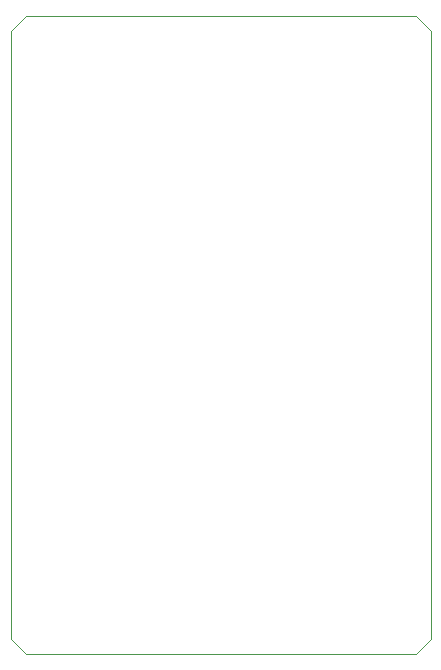
<source format=gbr>
%TF.GenerationSoftware,KiCad,Pcbnew,(5.1.7)-1*%
%TF.CreationDate,2020-10-27T16:51:06-05:00*%
%TF.ProjectId,PCB_Motor,5043425f-4d6f-4746-9f72-2e6b69636164,rev?*%
%TF.SameCoordinates,Original*%
%TF.FileFunction,Profile,NP*%
%FSLAX46Y46*%
G04 Gerber Fmt 4.6, Leading zero omitted, Abs format (unit mm)*
G04 Created by KiCad (PCBNEW (5.1.7)-1) date 2020-10-27 16:51:06*
%MOMM*%
%LPD*%
G01*
G04 APERTURE LIST*
%TA.AperFunction,Profile*%
%ADD10C,0.050000*%
%TD*%
G04 APERTURE END LIST*
D10*
X121920000Y-142240000D02*
X121920000Y-90805000D01*
X86360000Y-90805000D02*
X86360000Y-142240000D01*
X87630000Y-89535000D02*
X86360000Y-90805000D01*
X120650000Y-89535000D02*
X87630000Y-89535000D01*
X121920000Y-90805000D02*
X120650000Y-89535000D01*
X120650000Y-143510000D02*
X121920000Y-142240000D01*
X87630000Y-143510000D02*
X120650000Y-143510000D01*
X87630000Y-143510000D02*
X86360000Y-142240000D01*
M02*

</source>
